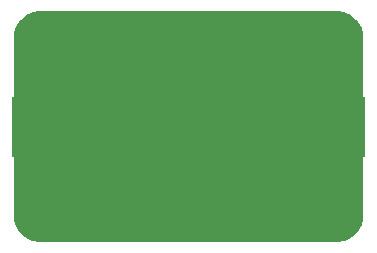
<source format=gbr>
%TF.GenerationSoftware,KiCad,Pcbnew,6.0.9+dfsg-1~bpo11+1*%
%TF.CreationDate,2022-11-06T14:52:17+01:00*%
%TF.ProjectId,filter,66696c74-6572-42e6-9b69-6361645f7063,2*%
%TF.SameCoordinates,Original*%
%TF.FileFunction,Copper,L2,Bot*%
%TF.FilePolarity,Positive*%
%FSLAX46Y46*%
G04 Gerber Fmt 4.6, Leading zero omitted, Abs format (unit mm)*
G04 Created by KiCad (PCBNEW 6.0.9+dfsg-1~bpo11+1) date 2022-11-06 14:52:17*
%MOMM*%
%LPD*%
G01*
G04 APERTURE LIST*
%TA.AperFunction,ComponentPad*%
%ADD10C,3.400000*%
%TD*%
%TA.AperFunction,ComponentPad*%
%ADD11C,0.800000*%
%TD*%
%TA.AperFunction,SMDPad,CuDef*%
%ADD12R,3.000000X5.200000*%
%TD*%
%TA.AperFunction,ViaPad*%
%ADD13C,0.800000*%
%TD*%
G04 APERTURE END LIST*
D10*
%TO.P,H2,1,1*%
%TO.N,GND*%
X135000000Y-70000000D03*
%TD*%
%TO.P,H4,1,1*%
%TO.N,GND*%
X135000000Y-55000000D03*
%TD*%
%TO.P,H7,1,1*%
%TO.N,GND*%
X125000000Y-55000000D03*
%TD*%
%TO.P,H8,1,1*%
%TO.N,GND*%
X125000000Y-70000000D03*
%TD*%
D11*
%TO.P,J1,2,Pin_2*%
%TO.N,GND*%
X136500000Y-61000000D03*
X135000000Y-61500000D03*
X136000000Y-63500000D03*
X136500000Y-64000000D03*
X135500000Y-64000000D03*
X136000000Y-61500000D03*
X135000000Y-63500000D03*
X135500000Y-61000000D03*
X137000000Y-61500000D03*
X137000000Y-63500000D03*
D12*
X136000000Y-62500000D03*
%TD*%
D10*
%TO.P,H6,1,1*%
%TO.N,GND*%
X120000000Y-70000000D03*
%TD*%
%TO.P,H1,1,1*%
%TO.N,GND*%
X110000000Y-70000000D03*
%TD*%
%TO.P,H3,1,1*%
%TO.N,GND*%
X120000000Y-55000000D03*
%TD*%
D11*
%TO.P,J2,2,Pin_2*%
%TO.N,GND*%
X110000000Y-63500000D03*
X109000000Y-61500000D03*
X108500000Y-61000000D03*
X108000000Y-61500000D03*
X108500000Y-64000000D03*
X109000000Y-63500000D03*
X108000000Y-63500000D03*
X109500000Y-64000000D03*
D12*
X109000000Y-62500000D03*
D11*
X109500000Y-61000000D03*
X110000000Y-61500000D03*
%TD*%
D10*
%TO.P,H5,1,1*%
%TO.N,GND*%
X110000000Y-55000000D03*
%TD*%
D13*
%TO.N,GND*%
X130000000Y-57500000D03*
X118500000Y-64000000D03*
X117500000Y-55000000D03*
X112500000Y-60000000D03*
X127500000Y-65000000D03*
X121500000Y-60000000D03*
X120500000Y-61000000D03*
X135000000Y-57500000D03*
X132500000Y-67500000D03*
X134500000Y-61000000D03*
X110500000Y-61000000D03*
X120500000Y-66000000D03*
X123500000Y-58000000D03*
X121500000Y-61000000D03*
X122500000Y-70000000D03*
X112500000Y-67500000D03*
X125500000Y-65000000D03*
X117500000Y-61000000D03*
X122500000Y-66000000D03*
X127500000Y-55000000D03*
X121500000Y-57000000D03*
X122500000Y-59000000D03*
X114500000Y-61000000D03*
X135000000Y-60000000D03*
X122500000Y-63000000D03*
X120000000Y-67500000D03*
X132500000Y-61000000D03*
X123500000Y-66000000D03*
X119500000Y-64000000D03*
X130000000Y-60000000D03*
X117500000Y-65000000D03*
X121500000Y-59000000D03*
X116500000Y-61000000D03*
X126500000Y-61000000D03*
X121500000Y-66000000D03*
X117500000Y-64000000D03*
X128500000Y-61000000D03*
X135000000Y-67500000D03*
X127500000Y-60000000D03*
X135000000Y-65000000D03*
X127500000Y-67500000D03*
X130000000Y-70000000D03*
X132500000Y-60000000D03*
X114500000Y-64000000D03*
X110500000Y-64000000D03*
X122500000Y-57000000D03*
X124500000Y-61000000D03*
X117500000Y-60000000D03*
X122500000Y-62000000D03*
X125500000Y-61000000D03*
X125000000Y-60000000D03*
X132500000Y-57500000D03*
X123500000Y-57000000D03*
X127500000Y-70000000D03*
X111500000Y-61000000D03*
X126500000Y-64000000D03*
X123500000Y-59000000D03*
X125000000Y-57500000D03*
X117500000Y-70000000D03*
X112500000Y-57500000D03*
X116500000Y-64000000D03*
X122500000Y-61000000D03*
X130000000Y-67500000D03*
X115500000Y-61000000D03*
X122500000Y-58000000D03*
X129500000Y-64000000D03*
X127500000Y-64000000D03*
X122500000Y-67000000D03*
X133500000Y-64000000D03*
X121500000Y-58000000D03*
X132500000Y-65000000D03*
X112500000Y-64000000D03*
X119500000Y-66000000D03*
X127500000Y-61000000D03*
X131500000Y-61000000D03*
X134500000Y-64000000D03*
X120000000Y-60000000D03*
X112500000Y-65000000D03*
X132500000Y-64000000D03*
X117500000Y-57500000D03*
X115000000Y-67500000D03*
X112500000Y-61000000D03*
X115500000Y-64000000D03*
X118500000Y-61000000D03*
X125000000Y-67500000D03*
X119500000Y-61000000D03*
X122500000Y-54000000D03*
X130500000Y-64000000D03*
X113500000Y-61000000D03*
X115000000Y-57500000D03*
X133500000Y-61000000D03*
X111500000Y-64000000D03*
X122500000Y-60000000D03*
X129500000Y-61000000D03*
X120000000Y-57500000D03*
X110000000Y-67500000D03*
X125500000Y-66000000D03*
X130000000Y-55000000D03*
X119500000Y-65000000D03*
X128500000Y-64000000D03*
X110000000Y-57500000D03*
X115000000Y-60000000D03*
X131500000Y-64000000D03*
X115000000Y-55000000D03*
X110000000Y-60000000D03*
X123500000Y-60000000D03*
X130500000Y-61000000D03*
X130000000Y-65000000D03*
X121500000Y-68000000D03*
X123500000Y-68000000D03*
X122500000Y-69000000D03*
X123500000Y-61000000D03*
X121500000Y-67000000D03*
X112500000Y-70000000D03*
X122500000Y-71000000D03*
X124500000Y-66000000D03*
X125500000Y-64000000D03*
X110000000Y-65000000D03*
X122500000Y-55000000D03*
X127500000Y-57500000D03*
X122500000Y-56000000D03*
X112500000Y-55000000D03*
X122500000Y-68000000D03*
X132500000Y-55000000D03*
X113500000Y-64000000D03*
X132500000Y-70000000D03*
X123500000Y-67000000D03*
X115000000Y-65000000D03*
%TD*%
%TA.AperFunction,Conductor*%
%TO.N,GND*%
G36*
X134988169Y-52703018D02*
G01*
X134999641Y-52705656D01*
X135010517Y-52703195D01*
X135021664Y-52703214D01*
X135021664Y-52703243D01*
X135031772Y-52702422D01*
X135161986Y-52710298D01*
X135271204Y-52716905D01*
X135283056Y-52718344D01*
X135544422Y-52766241D01*
X135556015Y-52769098D01*
X135762244Y-52833361D01*
X135809695Y-52848148D01*
X135820873Y-52852387D01*
X136063170Y-52961436D01*
X136073756Y-52966992D01*
X136301142Y-53104452D01*
X136310980Y-53111243D01*
X136520132Y-53275103D01*
X136529081Y-53283030D01*
X136716970Y-53470919D01*
X136724897Y-53479868D01*
X136888757Y-53689020D01*
X136895548Y-53698858D01*
X137033008Y-53926244D01*
X137038564Y-53936830D01*
X137147613Y-54179127D01*
X137151852Y-54190305D01*
X137230900Y-54443977D01*
X137233759Y-54455578D01*
X137281655Y-54716936D01*
X137283096Y-54728803D01*
X137297547Y-54967712D01*
X137296724Y-54977628D01*
X137296862Y-54977628D01*
X137296842Y-54988776D01*
X137294344Y-54999641D01*
X137296804Y-55010513D01*
X137297059Y-55011638D01*
X137299500Y-55033488D01*
X137299500Y-69965983D01*
X137296982Y-69988169D01*
X137294344Y-69999641D01*
X137296805Y-70010517D01*
X137296786Y-70021664D01*
X137296757Y-70021664D01*
X137297578Y-70031772D01*
X137283096Y-70271197D01*
X137281656Y-70283056D01*
X137233761Y-70544415D01*
X137230900Y-70556023D01*
X137151852Y-70809695D01*
X137147613Y-70820873D01*
X137038564Y-71063170D01*
X137033008Y-71073756D01*
X136895548Y-71301142D01*
X136888757Y-71310980D01*
X136724897Y-71520132D01*
X136716970Y-71529081D01*
X136529081Y-71716970D01*
X136520132Y-71724897D01*
X136310980Y-71888757D01*
X136301142Y-71895548D01*
X136073756Y-72033008D01*
X136063170Y-72038564D01*
X135820873Y-72147613D01*
X135809695Y-72151852D01*
X135556015Y-72230902D01*
X135544422Y-72233759D01*
X135283056Y-72281656D01*
X135271204Y-72283095D01*
X135032288Y-72297547D01*
X135022372Y-72296724D01*
X135022372Y-72296862D01*
X135011224Y-72296842D01*
X135000359Y-72294344D01*
X134988359Y-72297059D01*
X134966512Y-72299500D01*
X110034017Y-72299500D01*
X110011831Y-72296982D01*
X110011801Y-72296975D01*
X110000359Y-72294344D01*
X109989483Y-72296805D01*
X109978336Y-72296786D01*
X109978336Y-72296757D01*
X109968228Y-72297578D01*
X109838014Y-72289702D01*
X109728796Y-72283095D01*
X109716944Y-72281656D01*
X109455578Y-72233759D01*
X109443985Y-72230902D01*
X109190305Y-72151852D01*
X109179127Y-72147613D01*
X108936830Y-72038564D01*
X108926244Y-72033008D01*
X108698858Y-71895548D01*
X108689020Y-71888757D01*
X108479868Y-71724897D01*
X108470919Y-71716970D01*
X108283030Y-71529081D01*
X108275103Y-71520132D01*
X108111243Y-71310980D01*
X108104452Y-71301142D01*
X107966992Y-71073756D01*
X107961436Y-71063170D01*
X107852387Y-70820873D01*
X107848148Y-70809695D01*
X107769100Y-70556023D01*
X107766239Y-70544415D01*
X107718344Y-70283056D01*
X107716904Y-70271197D01*
X107702469Y-70032548D01*
X107704207Y-70011810D01*
X107703747Y-70011757D01*
X107704389Y-70006179D01*
X107705655Y-70000718D01*
X107705656Y-70000000D01*
X107704412Y-69994545D01*
X107702980Y-69988266D01*
X107700500Y-69966248D01*
X107700500Y-55034281D01*
X107703057Y-55011926D01*
X107703141Y-55011565D01*
X107705655Y-55000718D01*
X107705656Y-55000000D01*
X107704413Y-54994549D01*
X107703791Y-54988995D01*
X107704159Y-54988954D01*
X107702438Y-54967973D01*
X107716904Y-54728804D01*
X107718345Y-54716936D01*
X107766241Y-54455578D01*
X107769100Y-54443977D01*
X107848148Y-54190305D01*
X107852387Y-54179127D01*
X107961436Y-53936830D01*
X107966992Y-53926244D01*
X108104452Y-53698858D01*
X108111243Y-53689020D01*
X108275103Y-53479868D01*
X108283030Y-53470919D01*
X108470919Y-53283030D01*
X108479868Y-53275103D01*
X108689020Y-53111243D01*
X108698858Y-53104452D01*
X108926244Y-52966992D01*
X108936830Y-52961436D01*
X109179127Y-52852387D01*
X109190305Y-52848148D01*
X109237756Y-52833361D01*
X109443985Y-52769098D01*
X109455578Y-52766241D01*
X109716944Y-52718344D01*
X109728796Y-52716905D01*
X109967712Y-52702453D01*
X109977628Y-52703276D01*
X109977628Y-52703138D01*
X109988776Y-52703158D01*
X109999641Y-52705656D01*
X110011641Y-52702941D01*
X110033488Y-52700500D01*
X134965983Y-52700500D01*
X134988169Y-52703018D01*
G37*
%TD.AperFunction*%
%TD*%
M02*

</source>
